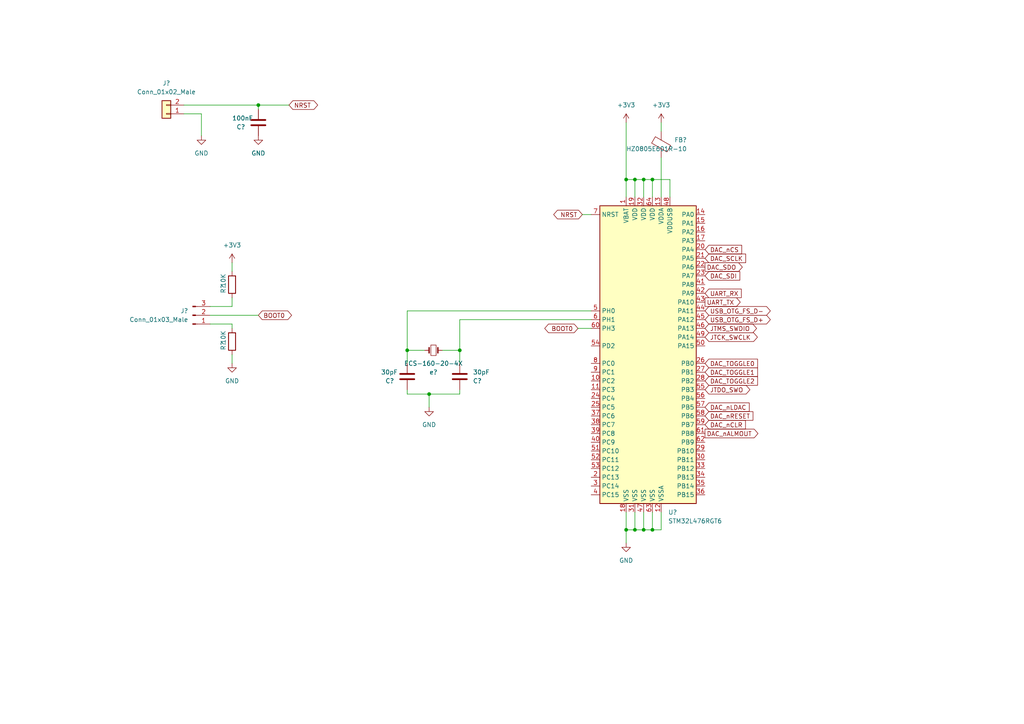
<source format=kicad_sch>
(kicad_sch (version 20231120) (generator "eeschema") (generator_version "8.0")
  (paper "A4")
  (lib_symbols
    (symbol "Connector:Conn_01x03_Male" (pin_names (offset 1.016) hide)
      (property "Reference" "J" (at 0 5.08 0))
      (property "Value" "Conn_01x03_Male" (at 0 -5.08 0))
      (symbol "Conn_01x03_Male_1_1"
        (polyline (pts (xy 1.27 -2.54) (xy 0.8636 -2.54)) (stroke (width 0.1524)))
        (polyline (pts (xy 1.27 0) (xy 0.8636 0)) (stroke (width 0.1524)))
        (polyline (pts (xy 1.27 2.54) (xy 0.8636 2.54)) (stroke (width 0.1524)))
        (rectangle (start 0.8636 -2.413) (end 0 -2.667) (stroke (width 0.1524)) (fill (type outline)))
        (rectangle (start 0.8636 0.127) (end 0 -0.127) (stroke (width 0.1524)) (fill (type outline)))
        (rectangle (start 0.8636 2.667) (end 0 2.413) (stroke (width 0.1524)) (fill (type outline)))
        (pin passive line (at 5.08 2.54 180) (length 3.81) (name "Pin_1") (number "1"))
        (pin passive line (at 5.08 0 180) (length 3.81) (name "Pin_2") (number "2"))
        (pin passive line (at 5.08 -2.54 180) (length 3.81) (name "Pin_3") (number "3"))
      )
    )
    (symbol "Connector_Generic:Conn_01x02" (pin_names (offset 1.016) hide)
      (property "Reference" "J" (at 0 2.54 0))
      (property "Value" "Conn_01x02" (at 0 -5.08 0))
      (symbol "Conn_01x02_1_1"
        (rectangle (start -1.27 -2.413) (end 0 -2.667) (stroke (width 0.1524)))
        (rectangle (start -1.27 0.127) (end 0 -0.127) (stroke (width 0.1524)))
        (rectangle (start -1.27 1.27) (end 1.27 -3.81) (stroke (width 0.254)) (fill (type background)))
        (pin passive line (at -5.08 0 0) (length 3.81) (name "Pin_1") (number "1"))
        (pin passive line (at -5.08 -2.54 0) (length 3.81) (name "Pin_2") (number "2"))
      )
    )
    (symbol "Device:C" (pin_numbers hide) (pin_names (offset 0.254))
      (property "Reference" "C" (at 0.635 2.54 0))
      (property "Value" "C" (at 0.635 -2.54 0))
      (symbol "C_0_1"
        (polyline (pts (xy -2.032 -0.762) (xy 2.032 -0.762)) (stroke (width 0.508)))
        (polyline (pts (xy -2.032 0.762) (xy 2.032 0.762)) (stroke (width 0.508)))
      )
      (symbol "C_1_1"
        (pin passive line (at 0 3.81 270) (length 2.794) (name "~") (number "1"))
        (pin passive line (at 0 -3.81 90) (length 2.794) (name "~") (number "2"))
      )
    )
    (symbol "Device:Crystal_Small" (pin_numbers hide) (pin_names (offset 1.016) hide)
      (property "Reference" "Y" (at 0 2.54 0))
      (property "Value" "Crystal_Small" (at 0 -2.54 0))
      (symbol "Crystal_Small_0_1"
        (rectangle (start -0.762 -1.524) (end 0.762 1.524))
        (polyline (pts (xy -1.27 -0.762) (xy -1.27 0.762)) (stroke (width 0.381)))
        (polyline (pts (xy 1.27 -0.762) (xy 1.27 0.762)) (stroke (width 0.381)))
      )
      (symbol "Crystal_Small_1_1"
        (pin passive line (at -2.54 0 0) (length 1.27) (name "1") (number "1"))
        (pin passive line (at 2.54 0 180) (length 1.27) (name "2") (number "2"))
      )
    )
    (symbol "Device:FerriteBead" (pin_numbers hide) (pin_names (offset 0))
      (property "Reference" "FB" (at -3.81 0.635 90))
      (property "Value" "FerriteBead" (at 3.81 0 90))
      (symbol "FerriteBead_0_1"
        (polyline (pts (xy 0 -1.27) (xy 0 -1.2192)))
        (polyline (pts (xy 0 1.27) (xy 0 1.2954)))
        (polyline (pts (xy -2.7686 0.4064) (xy -1.7018 2.2606) (xy 2.7686 -0.3048) (xy 1.6764 -2.159) (xy -2.7686 0.4064)))
      )
      (symbol "FerriteBead_1_1"
        (pin passive line (at 0 3.81 270) (length 2.54) (name "~") (number "1"))
        (pin passive line (at 0 -3.81 90) (length 2.54) (name "~") (number "2"))
      )
    )
    (symbol "Device:R" (pin_numbers hide) (pin_names (offset 0))
      (property "Reference" "R" (at 2.032 0 90))
      (property "Value" "R" (at 0 0 90))
      (symbol "R_0_1"
        (rectangle (start -1.016 -2.54) (end 1.016 2.54) (stroke (width 0.254)))
      )
      (symbol "R_1_1"
        (pin passive line (at 0 3.81 270) (length 1.27) (name "~") (number "1"))
        (pin passive line (at 0 -3.81 90) (length 1.27) (name "~") (number "2"))
      )
    )
    (symbol "MCU_ST_STM32L4:STM32L496RGTx"
      (property "Reference" "U" (at -15.24 44.45 0))
      (property "Value" "STM32L496RGTx" (at 7.62 44.45 0))
      (symbol "STM32L496RGTx_0_1"
        (rectangle (start -15.24 -43.18) (end 12.7 43.18) (stroke (width 0.254)) (fill (type background)))
      )
      (symbol "STM32L496RGTx_1_1"
        (pin power_in line (at -7.62 45.72 270) (length 2.54) (name "VBAT") (number "1"))
        (pin bidirectional line (at -17.78 -7.62 0) (length 2.54) (name "PC2") (number "10"))
        (pin bidirectional line (at -17.78 -10.16 0) (length 2.54) (name "PC3") (number "11"))
        (pin power_in line (at 2.54 -45.72 90) (length 2.54) (name "VSSA") (number "12"))
        (pin power_in line (at 2.54 45.72 270) (length 2.54) (name "VDDA") (number "13"))
        (pin bidirectional line (at 15.24 40.64 180) (length 2.54) (name "PA0") (number "14"))
        (pin bidirectional line (at 15.24 38.1 180) (length 2.54) (name "PA1") (number "15"))
        (pin bidirectional line (at 15.24 35.56 180) (length 2.54) (name "PA2") (number "16"))
        (pin bidirectional line (at 15.24 33.02 180) (length 2.54) (name "PA3") (number "17"))
        (pin power_in line (at -7.62 -45.72 90) (length 2.54) (name "VSS") (number "18"))
        (pin power_in line (at -5.08 45.72 270) (length 2.54) (name "VDD") (number "19"))
        (pin bidirectional line (at -17.78 -35.56 0) (length 2.54) (name "PC13") (number "2"))
        (pin bidirectional line (at 15.24 30.48 180) (length 2.54) (name "PA4") (number "20"))
        (pin bidirectional line (at 15.24 27.94 180) (length 2.54) (name "PA5") (number "21"))
        (pin bidirectional line (at 15.24 25.4 180) (length 2.54) (name "PA6") (number "22"))
        (pin bidirectional line (at 15.24 22.86 180) (length 2.54) (name "PA7") (number "23"))
        (pin bidirectional line (at -17.78 -12.7 0) (length 2.54) (name "PC4") (number "24"))
        (pin bidirectional line (at -17.78 -15.24 0) (length 2.54) (name "PC5") (number "25"))
        (pin bidirectional line (at 15.24 -2.54 180) (length 2.54) (name "PB0") (number "26"))
        (pin bidirectional line (at 15.24 -5.08 180) (length 2.54) (name "PB1") (number "27"))
        (pin bidirectional line (at 15.24 -7.62 180) (length 2.54) (name "PB2") (number "28"))
        (pin bidirectional line (at 15.24 -27.94 180) (length 2.54) (name "PB10") (number "29"))
        (pin bidirectional line (at -17.78 -38.1 0) (length 2.54) (name "PC14") (number "3"))
        (pin bidirectional line (at 15.24 -30.48 180) (length 2.54) (name "PB11") (number "30"))
        (pin power_in line (at -5.08 -45.72 90) (length 2.54) (name "VSS") (number "31"))
        (pin power_in line (at -2.54 45.72 270) (length 2.54) (name "VDD") (number "32"))
        (pin bidirectional line (at 15.24 -33.02 180) (length 2.54) (name "PB12") (number "33"))
        (pin bidirectional line (at 15.24 -35.56 180) (length 2.54) (name "PB13") (number "34"))
        (pin bidirectional line (at 15.24 -38.1 180) (length 2.54) (name "PB14") (number "35"))
        (pin bidirectional line (at 15.24 -40.64 180) (length 2.54) (name "PB15") (number "36"))
        (pin bidirectional line (at -17.78 -17.78 0) (length 2.54) (name "PC6") (number "37"))
        (pin bidirectional line (at -17.78 -20.32 0) (length 2.54) (name "PC7") (number "38"))
        (pin bidirectional line (at -17.78 -22.86 0) (length 2.54) (name "PC8") (number "39"))
        (pin bidirectional line (at -17.78 -40.64 0) (length 2.54) (name "PC15") (number "4"))
        (pin bidirectional line (at -17.78 -25.4 0) (length 2.54) (name "PC9") (number "40"))
        (pin bidirectional line (at 15.24 20.32 180) (length 2.54) (name "PA8") (number "41"))
        (pin bidirectional line (at 15.24 17.78 180) (length 2.54) (name "PA9") (number "42"))
        (pin bidirectional line (at 15.24 15.24 180) (length 2.54) (name "PA10") (number "43"))
        (pin bidirectional line (at 15.24 12.7 180) (length 2.54) (name "PA11") (number "44"))
        (pin bidirectional line (at 15.24 10.16 180) (length 2.54) (name "PA12") (number "45"))
        (pin bidirectional line (at 15.24 7.62 180) (length 2.54) (name "PA13") (number "46"))
        (pin power_in line (at -2.54 -45.72 90) (length 2.54) (name "VSS") (number "47"))
        (pin power_in line (at 5.08 45.72 270) (length 2.54) (name "VDDUSB") (number "48"))
        (pin bidirectional line (at 15.24 5.08 180) (length 2.54) (name "PA14") (number "49"))
        (pin input line (at -17.78 12.7 0) (length 2.54) (name "PH0") (number "5"))
        (pin bidirectional line (at 15.24 2.54 180) (length 2.54) (name "PA15") (number "50"))
        (pin bidirectional line (at -17.78 -27.94 0) (length 2.54) (name "PC10") (number "51"))
        (pin bidirectional line (at -17.78 -30.48 0) (length 2.54) (name "PC11") (number "52"))
        (pin bidirectional line (at -17.78 -33.02 0) (length 2.54) (name "PC12") (number "53"))
        (pin bidirectional line (at -17.78 2.54 0) (length 2.54) (name "PD2") (number "54"))
        (pin bidirectional line (at 15.24 -10.16 180) (length 2.54) (name "PB3") (number "55"))
        (pin bidirectional line (at 15.24 -12.7 180) (length 2.54) (name "PB4") (number "56"))
        (pin bidirectional line (at 15.24 -15.24 180) (length 2.54) (name "PB5") (number "57"))
        (pin bidirectional line (at 15.24 -17.78 180) (length 2.54) (name "PB6") (number "58"))
        (pin bidirectional line (at 15.24 -20.32 180) (length 2.54) (name "PB7") (number "59"))
        (pin input line (at -17.78 10.16 0) (length 2.54) (name "PH1") (number "6"))
        (pin bidirectional line (at -17.78 7.62 0) (length 2.54) (name "PH3") (number "60"))
        (pin bidirectional line (at 15.24 -22.86 180) (length 2.54) (name "PB8") (number "61"))
        (pin bidirectional line (at 15.24 -25.4 180) (length 2.54) (name "PB9") (number "62"))
        (pin power_in line (at 0 -45.72 90) (length 2.54) (name "VSS") (number "63"))
        (pin power_in line (at 0 45.72 270) (length 2.54) (name "VDD") (number "64"))
        (pin input line (at -17.78 40.64 0) (length 2.54) (name "NRST") (number "7"))
        (pin bidirectional line (at -17.78 -2.54 0) (length 2.54) (name "PC0") (number "8"))
        (pin bidirectional line (at -17.78 -5.08 0) (length 2.54) (name "PC1") (number "9"))
      )
    )
    (symbol "power:+3.3V" (power) (pin_names (offset 0))
      (property "Value" "+3.3V" (at 0 3.556 0))
      (symbol "+3.3V_0_1"
        (polyline (pts (xy -0.762 1.27) (xy 0 2.54)))
        (polyline (pts (xy 0 0) (xy 0 2.54)))
        (polyline (pts (xy 0 2.54) (xy 0.762 1.27)))
      )
      (symbol "+3.3V_1_1"
        (pin power_in line (at 0 0 90) (length 0) hide (name "+3V3") (number "1"))
      )
    )
    (symbol "power:GND" (power) (pin_names (offset 0))
      (property "Value" "GND" (at 0 -3.81 0))
      (symbol "GND_0_1"
        (polyline (pts (xy 0 0) (xy 0 -1.27) (xy 1.27 -1.27) (xy 0 -2.54) (xy -1.27 -1.27) (xy 0 -1.27)))
      )
      (symbol "GND_1_1"
        (pin power_in line (at 0 0 270) (length 0) hide (name "GND") (number "1"))
      )
    )
  )
  (junction (at 189.23 153.67))
  (junction (at 74.93 30.48))
  (junction (at 189.23 52.07))
  (junction (at 133.35 101.6))
  (junction (at 184.15 52.07))
  (junction (at 181.61 52.07))
  (junction (at 186.69 153.67))
  (junction (at 186.69 52.07))
  (junction (at 118.11 101.6))
  (junction (at 184.15 153.67))
  (junction (at 124.46 114.3))
  (junction (at 181.61 153.67))
  (wire (pts (xy 194.31 57.15) (xy 194.31 52.07)))
  (wire (pts (xy 184.15 52.07) (xy 181.61 52.07)))
  (wire (pts (xy 184.15 153.67) (xy 181.61 153.67)))
  (wire (pts (xy 186.69 57.15) (xy 186.69 52.07)))
  (wire (pts (xy 60.96 91.44) (xy 74.93 91.44)))
  (wire (pts (xy 67.31 93.98) (xy 67.31 95.25)))
  (wire (pts (xy 184.15 148.59) (xy 184.15 153.67)))
  (wire (pts (xy 133.35 114.3) (xy 133.35 113.03)))
  (wire (pts (xy 181.61 153.67) (xy 181.61 157.48)))
  (wire (pts (xy 133.35 92.71) (xy 133.35 101.6)))
  (wire (pts (xy 133.35 101.6) (xy 133.35 105.41)))
  (wire (pts (xy 191.77 153.67) (xy 189.23 153.67)))
  (wire (pts (xy 186.69 153.67) (xy 184.15 153.67)))
  (wire (pts (xy 118.11 90.17) (xy 118.11 101.6)))
  (wire (pts (xy 189.23 52.07) (xy 186.69 52.07)))
  (wire (pts (xy 118.11 90.17) (xy 171.45 90.17)))
  (wire (pts (xy 67.31 102.87) (xy 67.31 105.41)))
  (wire (pts (xy 186.69 52.07) (xy 184.15 52.07)))
  (wire (pts (xy 58.42 33.02) (xy 58.42 39.37)))
  (wire (pts (xy 184.15 57.15) (xy 184.15 52.07)))
  (wire (pts (xy 118.11 114.3) (xy 118.11 113.03)))
  (wire (pts (xy 171.45 92.71) (xy 133.35 92.71)))
  (wire (pts (xy 123.19 101.6) (xy 118.11 101.6)))
  (wire (pts (xy 189.23 57.15) (xy 189.23 52.07)))
  (wire (pts (xy 181.61 148.59) (xy 181.61 153.67)))
  (wire (pts (xy 53.34 30.48) (xy 74.93 30.48)))
  (wire (pts (xy 118.11 101.6) (xy 118.11 105.41)))
  (wire (pts (xy 194.31 52.07) (xy 189.23 52.07)))
  (wire (pts (xy 191.77 45.72) (xy 191.77 57.15)))
  (wire (pts (xy 74.93 30.48) (xy 83.82 30.48)))
  (wire (pts (xy 124.46 114.3) (xy 124.46 118.11)))
  (wire (pts (xy 53.34 33.02) (xy 58.42 33.02)))
  (wire (pts (xy 60.96 93.98) (xy 67.31 93.98)))
  (wire (pts (xy 128.27 101.6) (xy 133.35 101.6)))
  (wire (pts (xy 189.23 148.59) (xy 189.23 153.67)))
  (wire (pts (xy 186.69 148.59) (xy 186.69 153.67)))
  (wire (pts (xy 181.61 52.07) (xy 181.61 57.15)))
  (wire (pts (xy 67.31 76.2) (xy 67.31 78.74)))
  (wire (pts (xy 191.77 148.59) (xy 191.77 153.67)))
  (wire (pts (xy 191.77 35.56) (xy 191.77 38.1)))
  (wire (pts (xy 67.31 88.9) (xy 60.96 88.9)))
  (wire (pts (xy 67.31 86.36) (xy 67.31 88.9)))
  (wire (pts (xy 189.23 153.67) (xy 186.69 153.67)))
  (wire (pts (xy 181.61 35.56) (xy 181.61 52.07)))
  (wire (pts (xy 167.64 95.25) (xy 171.45 95.25)))
  (wire (pts (xy 168.91 62.23) (xy 171.45 62.23)))
  (wire (pts (xy 118.11 114.3) (xy 124.46 114.3)))
  (wire (pts (xy 124.46 114.3) (xy 133.35 114.3)))
  (wire (pts (xy 74.93 31.75) (xy 74.93 30.48)))
  (global_label "DAC_nRESET" (shape input) (at 204.47 120.65 0) (property "Intersheetrefs" "${INTERSHEET_REFS}" (effects (hide yes))))
  (global_label "DAC_nLDAC" (shape input) (at 204.47 118.11 0) (property "Intersheetrefs" "${INTERSHEET_REFS}" (effects (hide yes))))
  (global_label "DAC_nCLR" (shape input) (at 204.47 123.19 0) (property "Intersheetrefs" "${INTERSHEET_REFS}" (effects (hide yes))))
  (global_label "DAC_SCLK" (shape input) (at 204.47 74.93 0) (property "Intersheetrefs" "${INTERSHEET_REFS}" (effects (hide yes))))
  (global_label "DAC_TOGGLE1" (shape input) (at 204.47 107.95 0) (property "Intersheetrefs" "${INTERSHEET_REFS}" (effects (hide yes))))
  (global_label "JTMS_SWDIO" (shape bidirectional) (at 204.47 95.25 0) (property "Intersheetrefs" "${INTERSHEET_REFS}" (effects (hide yes))))
  (global_label "JTCK_SWCLK" (shape bidirectional) (at 204.47 97.79 0) (property "Intersheetrefs" "${INTERSHEET_REFS}" (effects (hide yes))))
  (global_label "DAC_SDI" (shape input) (at 204.47 80.01 0) (property "Intersheetrefs" "${INTERSHEET_REFS}" (effects (hide yes))))
  (global_label "BOOT0" (shape bidirectional) (at 74.93 91.44 0) (property "Intersheetrefs" "${INTERSHEET_REFS}" (effects (hide yes))))
  (global_label "DAC_SDO" (shape output) (at 204.47 77.47 0) (property "Intersheetrefs" "${INTERSHEET_REFS}" (effects (hide yes))))
  (global_label "DAC_nCS" (shape input) (at 204.47 72.39 0) (property "Intersheetrefs" "${INTERSHEET_REFS}" (effects (hide yes))))
  (global_label "UART_TX" (shape output) (at 204.47 87.63 0) (property "Intersheetrefs" "${INTERSHEET_REFS}" (effects (hide yes))))
  (global_label "NRST" (shape bidirectional) (at 168.91 62.23 180) (property "Intersheetrefs" "${INTERSHEET_REFS}" (effects (hide yes))))
  (global_label "DAC_TOGGLE0" (shape input) (at 204.47 105.41 0) (property "Intersheetrefs" "${INTERSHEET_REFS}" (effects (hide yes))))
  (global_label "DAC_nALMOUT" (shape output) (at 204.47 125.73 0) (property "Intersheetrefs" "${INTERSHEET_REFS}" (effects (hide yes))))
  (global_label "UART_RX" (shape input) (at 204.47 85.09 0) (property "Intersheetrefs" "${INTERSHEET_REFS}" (effects (hide yes))))
  (global_label "BOOT0" (shape bidirectional) (at 167.64 95.25 180) (property "Intersheetrefs" "${INTERSHEET_REFS}" (effects (hide yes))))
  (global_label "NRST" (shape bidirectional) (at 83.82 30.48 0) (property "Intersheetrefs" "${INTERSHEET_REFS}" (effects (hide yes))))
  (global_label "JTDO_SWO" (shape bidirectional) (at 204.47 113.03 0) (property "Intersheetrefs" "${INTERSHEET_REFS}" (effects (hide yes))))
  (global_label "USB_OTG_FS_D-" (shape bidirectional) (at 204.47 90.17 0) (property "Intersheetrefs" "${INTERSHEET_REFS}" (effects (hide yes))))
  (global_label "DAC_TOGGLE2" (shape input) (at 204.47 110.49 0) (property "Intersheetrefs" "${INTERSHEET_REFS}" (effects (hide yes))))
  (global_label "USB_OTG_FS_D+" (shape bidirectional) (at 204.47 92.71 0) (property "Intersheetrefs" "${INTERSHEET_REFS}" (effects (hide yes))))
  (symbol (lib_id "Device:Crystal_Small") (at 125.73 101.6 0) (mirror x) (unit 1)
    (property "Reference" "e?" (at 125.73 107.95 0))
    (property "Value" "ECS-160-20-4X" (at 125.73 105.41 0))
    (property "Footprint" "Crystal:Crystal_HC49-4H_Vertical" (effects (hide yes)))
    (property "Datasheet" "https://www.farnell.com/datasheets/3764756.pdf" (effects (hide yes)))
    (property "Description" "16 MHz ±30ppm Crystal 12pF 30 Ohms HC-49/US" (effects (hide yes)))
    (property "MANUFACTURER" "TXC" (effects (hide yes)))
    (property "Manufacturer_Name" "ECS INC INTERNATIONAL" (effects (hide yes)))
    (property "Manufacturer_Part_Number" "9B-16.000MAAE-B" (effects (hide yes)))
    (property "LCSC" "C2636524" (effects (hide yes)))
    (property "Digi-Key Part Number" "X1103-ND" (effects (hide yes)))
    (property "Farnell" "4059213" (effects (hide yes)))
    (property "Mouser Part Number" "ECS-160-20-4X" (effects (hide yes)))
    (instances (project "hoatzin" (path "" (reference "e?") (unit 1))) (project "" (path "" (reference "e1") (unit 1))))
  )
  (symbol (lib_id "power:GND") (at 74.93 39.37 0) (unit 1)
    (property "Reference" "#PWR?" (effects (hide yes)))
    (property "Value" "GND" (at 74.93 44.45 0))
    (instances (project "hoatzin" (path "" (reference "#PWR?") (unit 1))) (project "" (path "" (reference "#PWR022") (unit 1))))
  )
  (symbol (lib_id "Device:C") (at 133.35 109.22 0) (mirror x) (unit 1)
    (property "Reference" "C?" (at 137.16 110.4901 0) (effects (justify left)))
    (property "Value" "30pF" (at 137.16 107.9501 0) (effects (justify left)))
    (property "Footprint" "Capacitor_SMD:C_0805_2012Metric" (effects (hide yes)))
    (property "Datasheet" "https://content.kemet.com/datasheets/KEM_C1003_C0G_SMD.pdf" (effects (hide yes)))
    (property "Description" "20 pF ±5% 50V Ceramic Capacitor C0G, NP0 0805 (2012 Metric)" (effects (hide yes)))
    (property "MANUFACTURER" "Samsung" (effects (hide yes)))
    (property "Manufacturer_Name" "KEMET" (effects (hide yes)))
    (property "Manufacturer_Part_Number" "CL21C200JBANNNC" (effects (hide yes)))
    (property "LCSC" "C1798" (effects (hide yes)))
    (property "Digi-Key Part Number" "399-C0805C300J5GAC7800CT-ND" (effects (hide yes)))
    (property "Farnell" "2581093" (effects (hide yes)))
    (property "Mouser Part Number" "C0805C300J5GACTU" (effects (hide yes)))
    (instances (project "hoatzin" (path "" (reference "C?") (unit 1))) (project "" (path "" (reference "C18") (unit 1))))
  )
  (symbol (lib_id "power:GND") (at 181.61 157.48 0) (unit 1)
    (property "Reference" "#PWR?" (effects (hide yes)))
    (property "Value" "GND" (at 181.61 162.56 0))
    (instances (project "hoatzin" (path "" (reference "#PWR?") (unit 1))) (project "" (path "" (reference "#PWR025") (unit 1))))
  )
  (symbol (lib_id "Device:R") (at 67.31 82.55 0) (unit 1)
    (property "Reference" "R?" (at 64.77 83.82 90))
    (property "Value" "10K" (at 64.77 81.28 90))
    (property "Footprint" "Resistor_SMD:R_0805_2012Metric" (effects (hide yes)))
    (property "Datasheet" "https://4donline.ihs.com/images/VipMasterIC/IC/VISH/VISH-S-A0013672238/VISH-S-A0013672238-1.pdf?hkey=6D3A4C79FDBF58556ACFDE234799DDF0" (effects (hide yes)))
    (property "Description" "1/8W Thick Film Resistors 150V ±1% ±100ppm/℃ -55℃~+155℃ 10kΩ 0805  Chip Resistor - Surface Mount ROHS" (effects (hide yes)))
    (property "MANUFACTURER" "Panasonic Electronic Components" (effects (hide yes)))
    (property "Manufacturer_Name" "VISHAY" (effects (hide yes)))
    (property "Manufacturer_Part_Number" "ERA-6AEB103V" (effects (hide yes)))
    (property "Farnell" "1739242" (effects (hide yes)))
    (property "Mouser Part Number" "CRCW080510K0JNEAIF" (effects (hide yes)))
    (instances (project "hoatzin" (path "" (reference "R?") (unit 1))) (project "" (path "" (reference "R2") (unit 1))))
  )
  (symbol (lib_id "MCU_ST_STM32L4:STM32L496RGTx") (at 189.23 102.87 0) (unit 1)
    (property "Reference" "U?" (at 193.7894 148.59 0) (effects (justify left)))
    (property "Value" "STM32L476RGT6" (at 193.7894 151.13 0) (effects (justify left)))
    (property "Footprint" "Package_QFP:LQFP-64_10x10mm_P0.5mm" (effects (hide yes)))
    (property "Datasheet" "https://www.farnell.com/datasheets/3679146.pdf" (effects (hide yes)))
    (property "Description" "ARM Microcontrollers - MCU Ultra-low-power FPU Arm Cortex-M4 MCU 80 MHz 1 Mbyte of Flash LCD, USB OTG, DFSD" (effects (hide yes)))
    (property "LCSC" "C74797" (effects (hide yes)))
    (property "MANUFACTURER" "STMicroelectronics" (effects (hide yes)))
    (property "Manufacturer_Name" "STMICROELECTRONICS" (effects (hide yes)))
    (property "Manufacturer_Part_Number" "STM32L476RGT6" (effects (hide yes)))
    (property "Farnell Part Number" "2494460" (effects (hide yes)))
    (property "Farnell" "2494460" (effects (hide yes)))
    (property "Mouser Part Number" "STM32L476RGT6" (effects (hide yes)))
    (instances (project "hoatzin" (path "" (reference "U?") (unit 1))) (project "" (path "" (reference "U3") (unit 1))))
  )
  (symbol (lib_id "Connector:Conn_01x03_Male") (at 55.88 91.44 0) (mirror x) (unit 1)
    (property "Reference" "J?" (at 54.61 90.1699 0) (effects (justify right)))
    (property "Value" "Conn_01x03_Male" (at 54.61 92.7099 0) (effects (justify right)))
    (property "Footprint" "Connector_PinHeader_2.54mm:PinHeader_1x03_P2.54mm_Vertical" (effects (hide yes)))
    (property "Datasheet" "https://www.te.com/usa-en/product-3-644456-3.datasheet.pdf" (effects (hide yes)))
    (property "Description" "Connector Header Through Hole 4 position 0.100\" (2.54mm)" (effects (hide yes)))
    (property "MANUFACTURER" "Samtec" (effects (hide yes)))
    (property "Manufacturer_Name" "AMP - TE CONNECTIVITY" (effects (hide yes)))
    (property "Manufacturer_Part_Number" "TSW-103-14-TM-S" (effects (hide yes)))
    (property "Farnell" "3398484" (effects (hide yes)))
    (property "Mouser Part Number" "3-644456-3" (effects (hide yes)))
    (instances (project "hoatzin" (path "" (reference "J?") (unit 1))) (project "" (path "" (reference "J4") (unit 1))))
  )
  (symbol (lib_id "Device:C") (at 74.93 35.56 0) (mirror x) (unit 1)
    (property "Reference" "C?" (at 68.58 36.83 0) (effects (justify left)))
    (property "Value" "100nF" (at 67.31 34.29 0) (effects (justify left)))
    (property "Footprint" "Capacitor_SMD:C_0805_2012Metric" (effects (hide yes)))
    (property "Datasheet" "https://datasheets.kyocera-avx.com/FlexitermMLCC.pdf" (effects (hide yes)))
    (property "Description" "50V 100nF X7R ±10% 0805 Multilayer Ceramic Capacitors MLCC - SMD/SMT ROHS" (effects (hide yes)))
    (property "MANUFACTURER" "Samsung" (effects (hide yes)))
    (property "Manufacturer_Name" "KYOCERA AVX" (effects (hide yes)))
    (property "Manufacturer_Part_Number" "CL21B104KBCNNNC" (effects (hide yes)))
    (property "LCSC" "C1711" (effects (hide yes)))
    (property "Digi-Key Part Number" "478-KAF21KR72A104MUCT-ND" (effects (hide yes)))
    (property "Farnell" "3500373" (effects (hide yes)))
    (property "Mouser Part Number" "08051C104M4Z2A" (effects (hide yes)))
    (instances (project "hoatzin" (path "" (reference "C?") (unit 1))) (project "" (path "" (reference "C16") (unit 1))))
  )
  (symbol (lib_id "power:GND") (at 67.31 105.41 0) (unit 1)
    (property "Reference" "#PWR?" (effects (hide yes)))
    (property "Value" "GND" (at 67.31 110.49 0))
    (instances (project "hoatzin" (path "" (reference "#PWR?") (unit 1))) (project "" (path "" (reference "#PWR021") (unit 1))))
  )
  (symbol (lib_id "power:GND") (at 58.42 39.37 0) (unit 1)
    (property "Reference" "#PWR?" (effects (hide yes)))
    (property "Value" "GND" (at 58.42 44.45 0))
    (instances (project "hoatzin" (path "" (reference "#PWR?") (unit 1))) (project "" (path "" (reference "#PWR019") (unit 1))))
  )
  (symbol (lib_id "power:+3.3V") (at 181.61 35.56 0) (unit 1)
    (property "Reference" "#PWR024" (effects (hide yes)))
    (property "Value" "+3V3" (at 181.61 30.48 0))
  )
  (symbol (lib_id "Device:FerriteBead") (at 191.77 41.91 0) (unit 1)
    (property "Reference" "FB?" (at 195.58 40.5891 0) (effects (justify left)))
    (property "Value" "HZ0805E601R-10" (at 181.61 43.18 0) (effects (justify left)))
    (property "Footprint" "Inductor_SMD:L_0805_2012Metric" (effects (hide yes)))
    (property "Datasheet" "https://www.farnell.com/datasheets/1685710.pdf" (effects (hide yes)))
    (property "Description" "600 Ohms @ 100 MHz 1 Power, Signal Line Ferrite Bead 0805 (2012 Metric) 500mA 300mOhm" (effects (hide yes)))
    (property "MANUFACTURER" "Laird-Signal Integrity Products" (effects (hide yes)))
    (property "Manufacturer_Name" "LAIRD" (effects (hide yes)))
    (property "Manufacturer_Part_Number" "HZ0805E601R-10" (effects (hide yes)))
    (property "Digi-Key Part Number" "240-2399-1-ND" (effects (hide yes)))
    (property "Farnell" "2292412" (effects (hide yes)))
    (property "Mouser Part Number" "HZ0805E601R-10" (effects (hide yes)))
    (instances (project "hoatzin" (path "" (reference "FB?") (unit 1))) (project "" (path "" (reference "FB2") (unit 1))))
  )
  (symbol (lib_id "Device:R") (at 67.31 99.06 0) (unit 1)
    (property "Reference" "R?" (at 64.77 100.33 90))
    (property "Value" "10K" (at 64.77 97.79 90))
    (property "Footprint" "Resistor_SMD:R_0805_2012Metric" (effects (hide yes)))
    (property "Datasheet" "https://4donline.ihs.com/images/VipMasterIC/IC/VISH/VISH-S-A0013672238/VISH-S-A0013672238-1.pdf?hkey=6D3A4C79FDBF58556ACFDE234799DDF0" (effects (hide yes)))
    (property "Description" "1/8W Thick Film Resistors 150V ±1% ±100ppm/℃ -55℃~+155℃ 10kΩ 0805  Chip Resistor - Surface Mount ROHS" (effects (hide yes)))
    (property "MANUFACTURER" "Panasonic Electronic Components" (effects (hide yes)))
    (property "Manufacturer_Name" "VISHAY" (effects (hide yes)))
    (property "Manufacturer_Part_Number" "ERA-6AEB103V" (effects (hide yes)))
    (property "Farnell" "1739242" (effects (hide yes)))
    (property "Mouser Part Number" "CRCW080510K0JNEAIF" (effects (hide yes)))
    (instances (project "hoatzin" (path "" (reference "R?") (unit 1))) (project "" (path "" (reference "R3") (unit 1))))
  )
  (symbol (lib_id "Device:C") (at 118.11 109.22 0) (mirror x) (unit 1)
    (property "Reference" "C?" (at 111.76 110.49 0) (effects (justify left)))
    (property "Value" "30pF" (at 110.49 107.95 0) (effects (justify left)))
    (property "Footprint" "Capacitor_SMD:C_0805_2012Metric" (effects (hide yes)))
    (property "Datasheet" "https://content.kemet.com/datasheets/KEM_C1003_C0G_SMD.pdf" (effects (hide yes)))
    (property "Description" "20 pF ±5% 50V Ceramic Capacitor C0G, NP0 0805 (2012 Metric)" (effects (hide yes)))
    (property "MANUFACTURER" "Samsung" (effects (hide yes)))
    (property "Manufacturer_Name" "KEMET" (effects (hide yes)))
    (property "Manufacturer_Part_Number" "CL21C200JBANNNC" (effects (hide yes)))
    (property "LCSC" "C1798" (effects (hide yes)))
    (property "Digi-Key Part Number" "399-C0805C300J5GAC7800CT-ND" (effects (hide yes)))
    (property "Farnell" "2581093" (effects (hide yes)))
    (property "Mouser Part Number" "C0805C300J5GACTU" (effects (hide yes)))
    (instances (project "hoatzin" (path "" (reference "C?") (unit 1))) (project "" (path "" (reference "C17") (unit 1))))
  )
  (symbol (lib_id "power:GND") (at 124.46 118.11 0) (unit 1)
    (property "Reference" "#PWR?" (effects (hide yes)))
    (property "Value" "GND" (at 124.46 123.19 0))
    (instances (project "hoatzin" (path "" (reference "#PWR?") (unit 1))) (project "" (path "" (reference "#PWR023") (unit 1))))
  )
  (symbol (lib_id "Connector_Generic:Conn_01x02") (at 48.26 33.02 180) (unit 1)
    (property "Reference" "J?" (at 48.26 24.13 0))
    (property "Value" "Conn_01x02_Male" (at 48.26 26.67 0))
    (property "Footprint" "Connector_PinHeader_2.54mm:PinHeader_1x02_P2.54mm_Horizontal" (effects (hide yes)))
    (property "Datasheet" "https://www.farnell.com/datasheets/3148563.pdf" (effects (hide yes)))
    (property "Description" "Connector Header Through Hole 2 position 0.100\" (2.54mm)" (effects (hide yes)))
    (property "MANUFACTURER" "Samtec" (effects (hide yes)))
    (property "Manufacturer_Name" "MULTICOMP PRO" (effects (hide yes)))
    (property "Manufacturer_Part_Number" "TSW-102-14-TM-S" (effects (hide yes)))
    (property "Farnell" "MC34745" (effects (hide yes)))
    (property "Mouser Part Number" "MC34745" (effects (hide yes)))
    (instances (project "hoatzin" (path "" (reference "J?") (unit 1))) (project "" (path "" (reference "J3") (unit 1))))
  )
  (symbol (lib_id "power:+3.3V") (at 191.77 35.56 0) (unit 1)
    (property "Reference" "#PWR026" (effects (hide yes)))
    (property "Value" "+3V3" (at 191.77 30.48 0))
  )
  (symbol (lib_id "power:+3.3V") (at 67.31 76.2 0) (unit 1)
    (property "Reference" "#PWR020" (effects (hide yes)))
    (property "Value" "+3V3" (at 67.31 71.12 0))
  )
)
</source>
